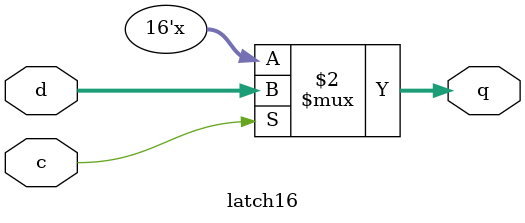
<source format=v>
module latch16(
	input [0:15] d,
	input c,
	output reg [0:15] q
);

	always @ (d, c) begin
		if (c) q <= d;
	end

endmodule

// vim: tabstop=2 shiftwidth=2 autoindent noexpandtab

</source>
